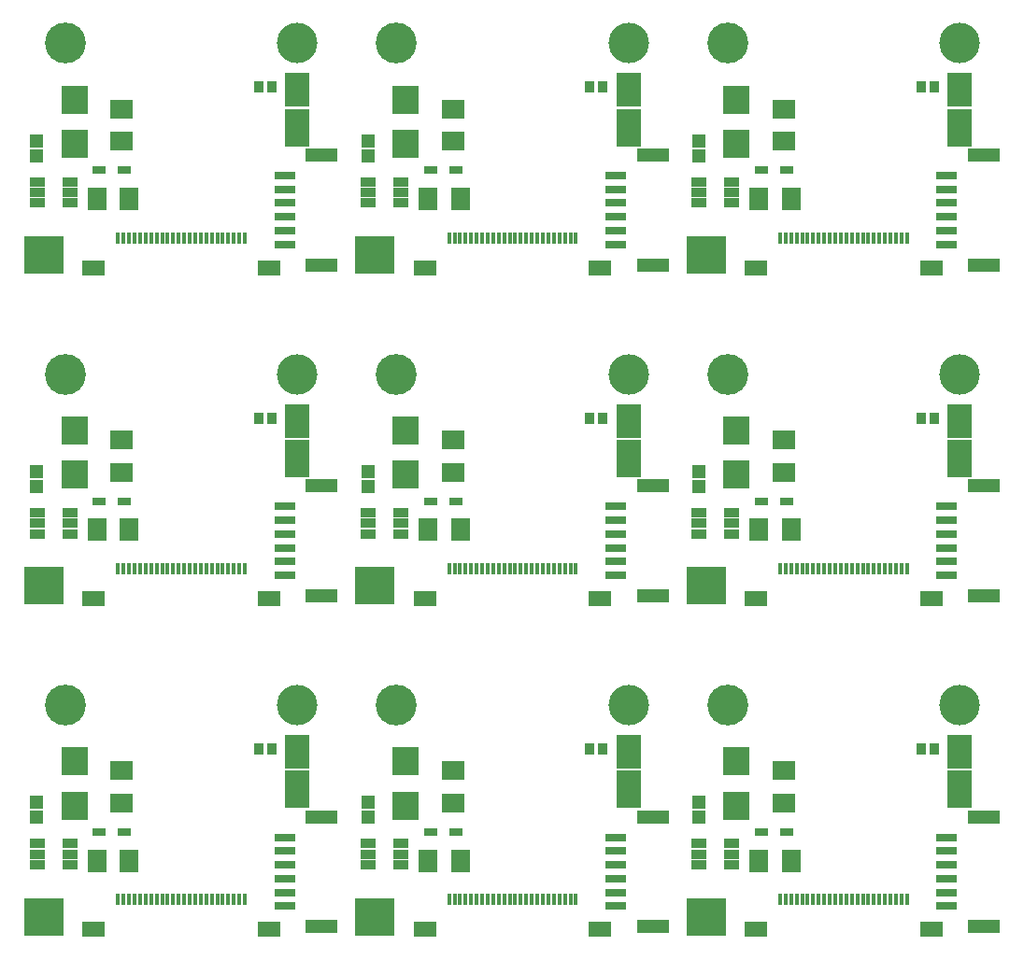
<source format=gts>
G04 Layer_Color=8388736*
%FSLAX44Y44*%
%MOMM*%
G71*
G01*
G75*
%ADD39R,1.8600X0.7600*%
%ADD40R,2.9600X1.1600*%
%ADD41R,2.0600X1.7600*%
%ADD42R,2.3600X2.6600*%
%ADD43R,1.2600X1.2100*%
%ADD44R,1.7600X2.0600*%
%ADD45R,1.3600X0.8100*%
%ADD46R,1.1600X0.7100*%
%ADD47R,0.8600X1.0100*%
%ADD48R,0.4000X1.1000*%
%ADD49R,2.1000X1.4000*%
%ADD50R,3.5600X3.3600*%
%ADD51R,2.1600X3.3600*%
%ADD52R,2.1600X3.1600*%
%ADD53C,0.1600*%
%ADD54C,3.6600*%
%ADD55C,3.7000*%
D39*
X246250Y127000D02*
D03*
Y114500D02*
D03*
Y64500D02*
D03*
Y77000D02*
D03*
Y89500D02*
D03*
Y102000D02*
D03*
X546250Y127000D02*
D03*
Y114500D02*
D03*
Y64500D02*
D03*
Y77000D02*
D03*
Y89500D02*
D03*
Y102000D02*
D03*
X846250Y127000D02*
D03*
Y114500D02*
D03*
Y64500D02*
D03*
Y77000D02*
D03*
Y89500D02*
D03*
Y102000D02*
D03*
X246250Y427000D02*
D03*
Y414500D02*
D03*
Y364500D02*
D03*
Y377000D02*
D03*
Y389500D02*
D03*
Y402000D02*
D03*
X546250Y427000D02*
D03*
Y414500D02*
D03*
Y364500D02*
D03*
Y377000D02*
D03*
Y389500D02*
D03*
Y402000D02*
D03*
X846250Y427000D02*
D03*
Y414500D02*
D03*
Y364500D02*
D03*
Y377000D02*
D03*
Y389500D02*
D03*
Y402000D02*
D03*
X246250Y727000D02*
D03*
Y714500D02*
D03*
Y664500D02*
D03*
Y677000D02*
D03*
Y689500D02*
D03*
Y702000D02*
D03*
X546250Y727000D02*
D03*
Y714500D02*
D03*
Y664500D02*
D03*
Y677000D02*
D03*
Y689500D02*
D03*
Y702000D02*
D03*
X846250Y727000D02*
D03*
Y714500D02*
D03*
Y664500D02*
D03*
Y677000D02*
D03*
Y689500D02*
D03*
Y702000D02*
D03*
D40*
X279750Y145500D02*
D03*
Y46000D02*
D03*
X579750Y145500D02*
D03*
Y46000D02*
D03*
X879750Y145500D02*
D03*
Y46000D02*
D03*
X279750Y445500D02*
D03*
Y346000D02*
D03*
X579750Y445500D02*
D03*
Y346000D02*
D03*
X879750Y445500D02*
D03*
Y346000D02*
D03*
X279750Y745500D02*
D03*
Y646000D02*
D03*
X579750Y745500D02*
D03*
Y646000D02*
D03*
X879750Y745500D02*
D03*
Y646000D02*
D03*
D41*
X98750Y187500D02*
D03*
Y158000D02*
D03*
X398750Y187500D02*
D03*
Y158000D02*
D03*
X698750Y187500D02*
D03*
Y158000D02*
D03*
X98750Y487500D02*
D03*
Y458000D02*
D03*
X398750Y487500D02*
D03*
Y458000D02*
D03*
X698750Y487500D02*
D03*
Y458000D02*
D03*
X98750Y787500D02*
D03*
Y758000D02*
D03*
X398750Y787500D02*
D03*
Y758000D02*
D03*
X698750Y787500D02*
D03*
Y758000D02*
D03*
D42*
X55750Y195750D02*
D03*
Y155750D02*
D03*
X355750Y195750D02*
D03*
Y155750D02*
D03*
X655750Y195750D02*
D03*
Y155750D02*
D03*
X55750Y495750D02*
D03*
Y455750D02*
D03*
X355750Y495750D02*
D03*
Y455750D02*
D03*
X655750Y495750D02*
D03*
Y455750D02*
D03*
X55750Y795750D02*
D03*
Y755750D02*
D03*
X355750Y795750D02*
D03*
Y755750D02*
D03*
X655750Y795750D02*
D03*
Y755750D02*
D03*
D43*
X21750Y145000D02*
D03*
Y158500D02*
D03*
X321750Y145000D02*
D03*
Y158500D02*
D03*
X621750Y145000D02*
D03*
Y158500D02*
D03*
X21750Y445000D02*
D03*
Y458500D02*
D03*
X321750Y445000D02*
D03*
Y458500D02*
D03*
X621750Y445000D02*
D03*
Y458500D02*
D03*
X21750Y745000D02*
D03*
Y758500D02*
D03*
X321750Y745000D02*
D03*
Y758500D02*
D03*
X621750Y745000D02*
D03*
Y758500D02*
D03*
D44*
X76000Y105750D02*
D03*
X105500D02*
D03*
X376000D02*
D03*
X405500D02*
D03*
X676000D02*
D03*
X705500D02*
D03*
X76000Y405750D02*
D03*
X105500D02*
D03*
X376000D02*
D03*
X405500D02*
D03*
X676000D02*
D03*
X705500D02*
D03*
X76000Y705750D02*
D03*
X105500D02*
D03*
X376000D02*
D03*
X405500D02*
D03*
X676000D02*
D03*
X705500D02*
D03*
D45*
X22000Y121250D02*
D03*
Y111750D02*
D03*
Y102250D02*
D03*
X51500D02*
D03*
Y111750D02*
D03*
Y121250D02*
D03*
X322000D02*
D03*
Y111750D02*
D03*
Y102250D02*
D03*
X351500D02*
D03*
Y111750D02*
D03*
Y121250D02*
D03*
X622000D02*
D03*
Y111750D02*
D03*
Y102250D02*
D03*
X651500D02*
D03*
Y111750D02*
D03*
Y121250D02*
D03*
X22000Y421250D02*
D03*
Y411750D02*
D03*
Y402250D02*
D03*
X51500D02*
D03*
Y411750D02*
D03*
Y421250D02*
D03*
X322000D02*
D03*
Y411750D02*
D03*
Y402250D02*
D03*
X351500D02*
D03*
Y411750D02*
D03*
Y421250D02*
D03*
X622000D02*
D03*
Y411750D02*
D03*
Y402250D02*
D03*
X651500D02*
D03*
Y411750D02*
D03*
Y421250D02*
D03*
X22000Y721250D02*
D03*
Y711750D02*
D03*
Y702250D02*
D03*
X51500D02*
D03*
Y711750D02*
D03*
Y721250D02*
D03*
X322000D02*
D03*
Y711750D02*
D03*
Y702250D02*
D03*
X351500D02*
D03*
Y711750D02*
D03*
Y721250D02*
D03*
X622000D02*
D03*
Y711750D02*
D03*
Y702250D02*
D03*
X651500D02*
D03*
Y711750D02*
D03*
Y721250D02*
D03*
D46*
X78250Y131750D02*
D03*
X101250D02*
D03*
X378250D02*
D03*
X401250D02*
D03*
X678250D02*
D03*
X701250D02*
D03*
X78250Y431750D02*
D03*
X101250D02*
D03*
X378250D02*
D03*
X401250D02*
D03*
X678250D02*
D03*
X701250D02*
D03*
X78250Y731750D02*
D03*
X101250D02*
D03*
X378250D02*
D03*
X401250D02*
D03*
X678250D02*
D03*
X701250D02*
D03*
D47*
X234750Y207000D02*
D03*
X222750D02*
D03*
X534750D02*
D03*
X522750D02*
D03*
X834750D02*
D03*
X822750D02*
D03*
X234750Y507000D02*
D03*
X222750D02*
D03*
X534750D02*
D03*
X522750D02*
D03*
X834750D02*
D03*
X822750D02*
D03*
X234750Y807000D02*
D03*
X222750D02*
D03*
X534750D02*
D03*
X522750D02*
D03*
X834750D02*
D03*
X822750D02*
D03*
D48*
X95250Y70500D02*
D03*
X100250D02*
D03*
X105250D02*
D03*
X110250D02*
D03*
X115250D02*
D03*
X120250D02*
D03*
X125250D02*
D03*
X130250D02*
D03*
X135250D02*
D03*
X140250D02*
D03*
X145250D02*
D03*
X150250D02*
D03*
X155250D02*
D03*
X160250D02*
D03*
X165250D02*
D03*
X170250D02*
D03*
X175250D02*
D03*
X180250D02*
D03*
X185250D02*
D03*
X190250D02*
D03*
X195250D02*
D03*
X200250D02*
D03*
X205250D02*
D03*
X210250D02*
D03*
X395250D02*
D03*
X400250D02*
D03*
X405250D02*
D03*
X410250D02*
D03*
X415250D02*
D03*
X420250D02*
D03*
X425250D02*
D03*
X430250D02*
D03*
X435250D02*
D03*
X440250D02*
D03*
X445250D02*
D03*
X450250D02*
D03*
X455250D02*
D03*
X460250D02*
D03*
X465250D02*
D03*
X470250D02*
D03*
X475250D02*
D03*
X480250D02*
D03*
X485250D02*
D03*
X490250D02*
D03*
X495250D02*
D03*
X500250D02*
D03*
X505250D02*
D03*
X510250D02*
D03*
X695250D02*
D03*
X700250D02*
D03*
X705250D02*
D03*
X710250D02*
D03*
X715250D02*
D03*
X720250D02*
D03*
X725250D02*
D03*
X730250D02*
D03*
X735250D02*
D03*
X740250D02*
D03*
X745250D02*
D03*
X750250D02*
D03*
X755250D02*
D03*
X760250D02*
D03*
X765250D02*
D03*
X770250D02*
D03*
X775250D02*
D03*
X780250D02*
D03*
X785250D02*
D03*
X790250D02*
D03*
X795250D02*
D03*
X800250D02*
D03*
X805250D02*
D03*
X810250D02*
D03*
X95250Y370500D02*
D03*
X100250D02*
D03*
X105250D02*
D03*
X110250D02*
D03*
X115250D02*
D03*
X120250D02*
D03*
X125250D02*
D03*
X130250D02*
D03*
X135250D02*
D03*
X140250D02*
D03*
X145250D02*
D03*
X150250D02*
D03*
X155250D02*
D03*
X160250D02*
D03*
X165250D02*
D03*
X170250D02*
D03*
X175250D02*
D03*
X180250D02*
D03*
X185250D02*
D03*
X190250D02*
D03*
X195250D02*
D03*
X200250D02*
D03*
X205250D02*
D03*
X210250D02*
D03*
X395250D02*
D03*
X400250D02*
D03*
X405250D02*
D03*
X410250D02*
D03*
X415250D02*
D03*
X420250D02*
D03*
X425250D02*
D03*
X430250D02*
D03*
X435250D02*
D03*
X440250D02*
D03*
X445250D02*
D03*
X450250D02*
D03*
X455250D02*
D03*
X460250D02*
D03*
X465250D02*
D03*
X470250D02*
D03*
X475250D02*
D03*
X480250D02*
D03*
X485250D02*
D03*
X490250D02*
D03*
X495250D02*
D03*
X500250D02*
D03*
X505250D02*
D03*
X510250D02*
D03*
X695250D02*
D03*
X700250D02*
D03*
X705250D02*
D03*
X710250D02*
D03*
X715250D02*
D03*
X720250D02*
D03*
X725250D02*
D03*
X730250D02*
D03*
X735250D02*
D03*
X740250D02*
D03*
X745250D02*
D03*
X750250D02*
D03*
X755250D02*
D03*
X760250D02*
D03*
X765250D02*
D03*
X770250D02*
D03*
X775250D02*
D03*
X780250D02*
D03*
X785250D02*
D03*
X790250D02*
D03*
X795250D02*
D03*
X800250D02*
D03*
X805250D02*
D03*
X810250D02*
D03*
X95250Y670500D02*
D03*
X100250D02*
D03*
X105250D02*
D03*
X110250D02*
D03*
X115250D02*
D03*
X120250D02*
D03*
X125250D02*
D03*
X130250D02*
D03*
X135250D02*
D03*
X140250D02*
D03*
X145250D02*
D03*
X150250D02*
D03*
X155250D02*
D03*
X160250D02*
D03*
X165250D02*
D03*
X170250D02*
D03*
X175250D02*
D03*
X180250D02*
D03*
X185250D02*
D03*
X190250D02*
D03*
X195250D02*
D03*
X200250D02*
D03*
X205250D02*
D03*
X210250D02*
D03*
X395250D02*
D03*
X400250D02*
D03*
X405250D02*
D03*
X410250D02*
D03*
X415250D02*
D03*
X420250D02*
D03*
X425250D02*
D03*
X430250D02*
D03*
X435250D02*
D03*
X440250D02*
D03*
X445250D02*
D03*
X450250D02*
D03*
X455250D02*
D03*
X460250D02*
D03*
X465250D02*
D03*
X470250D02*
D03*
X475250D02*
D03*
X480250D02*
D03*
X485250D02*
D03*
X490250D02*
D03*
X495250D02*
D03*
X500250D02*
D03*
X505250D02*
D03*
X510250D02*
D03*
X695250D02*
D03*
X700250D02*
D03*
X705250D02*
D03*
X710250D02*
D03*
X715250D02*
D03*
X720250D02*
D03*
X725250D02*
D03*
X730250D02*
D03*
X735250D02*
D03*
X740250D02*
D03*
X745250D02*
D03*
X750250D02*
D03*
X755250D02*
D03*
X760250D02*
D03*
X765250D02*
D03*
X770250D02*
D03*
X775250D02*
D03*
X780250D02*
D03*
X785250D02*
D03*
X790250D02*
D03*
X795250D02*
D03*
X800250D02*
D03*
X805250D02*
D03*
X810250D02*
D03*
D49*
X73250Y43500D02*
D03*
X232250D02*
D03*
X373250D02*
D03*
X532250D02*
D03*
X673250D02*
D03*
X832250D02*
D03*
X73250Y343500D02*
D03*
X232250D02*
D03*
X373250D02*
D03*
X532250D02*
D03*
X673250D02*
D03*
X832250D02*
D03*
X73250Y643500D02*
D03*
X232250D02*
D03*
X373250D02*
D03*
X532250D02*
D03*
X673250D02*
D03*
X832250D02*
D03*
D50*
X28250Y55000D02*
D03*
X328250D02*
D03*
X628250D02*
D03*
X28250Y355000D02*
D03*
X328250D02*
D03*
X628250D02*
D03*
X28250Y655000D02*
D03*
X328250D02*
D03*
X628250D02*
D03*
D51*
X257750Y170500D02*
D03*
X557750D02*
D03*
X857750D02*
D03*
X257750Y470500D02*
D03*
X557750D02*
D03*
X857750D02*
D03*
X257750Y770500D02*
D03*
X557750D02*
D03*
X857750D02*
D03*
D52*
X257750Y204500D02*
D03*
X557750D02*
D03*
X857750D02*
D03*
X257750Y504500D02*
D03*
X557750D02*
D03*
X857750D02*
D03*
X257750Y804500D02*
D03*
X557750D02*
D03*
X857750D02*
D03*
D53*
X223250Y262000D02*
D03*
X82250D02*
D03*
X523250D02*
D03*
X382250D02*
D03*
X823250D02*
D03*
X682250D02*
D03*
X223250Y562000D02*
D03*
X82250D02*
D03*
X523250D02*
D03*
X382250D02*
D03*
X823250D02*
D03*
X682250D02*
D03*
X223250Y862000D02*
D03*
X82250D02*
D03*
X523250D02*
D03*
X382250D02*
D03*
X823250D02*
D03*
X682250D02*
D03*
D54*
X257750Y247000D02*
D03*
X557750D02*
D03*
X857750D02*
D03*
X257750Y547000D02*
D03*
X557750D02*
D03*
X857750D02*
D03*
X257750Y847000D02*
D03*
X557750D02*
D03*
X857750D02*
D03*
D55*
X47750Y247000D02*
D03*
X347750D02*
D03*
X647750D02*
D03*
X47750Y547000D02*
D03*
X347750D02*
D03*
X647750D02*
D03*
X47750Y847000D02*
D03*
X347750D02*
D03*
X647750D02*
D03*
M02*

</source>
